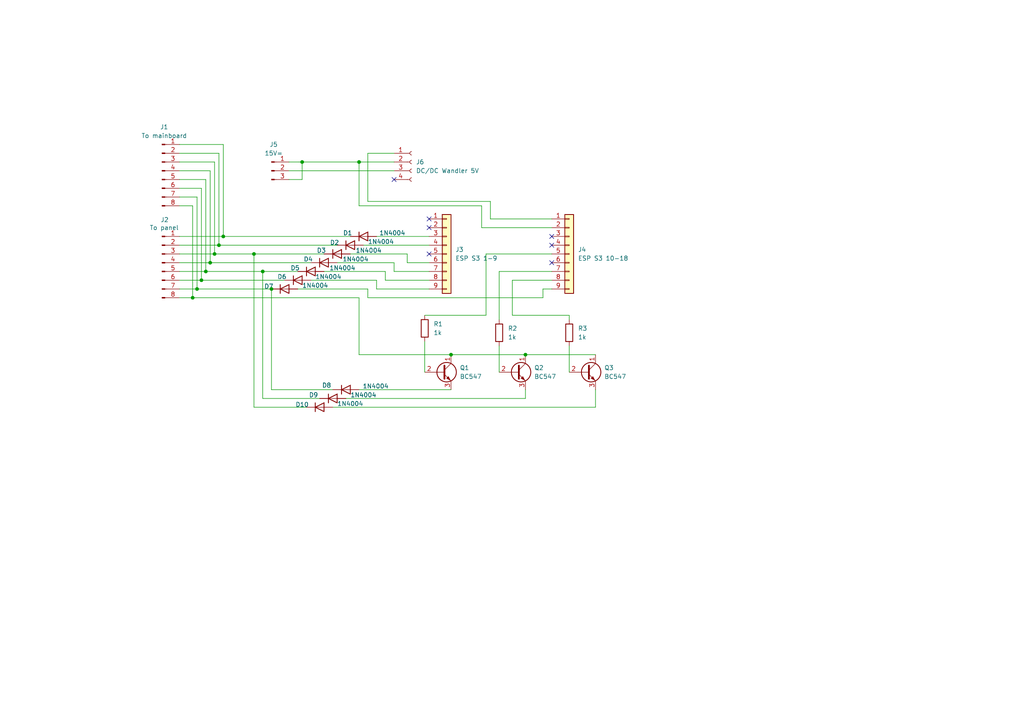
<source format=kicad_sch>
(kicad_sch (version 20250114) (generator "eeschema") (generator_version "9.0")
  (paper "A4")
  (lib_symbols
    (symbol "Connector:Conn_01x03_Pin" (pin_names (offset 1.016) (hide yes))
      (property "Reference" "J" (at 0 5.08 0))
      (property "Value" "Conn_01x03_Pin" (at 0 -5.08 0))
      (symbol "Conn_01x03_Pin_1_1"
        (rectangle (start 0.8636 2.667) (end 0 2.413) (stroke (width 0.1524)) (fill (type outline)))
        (rectangle (start 0.8636 0.127) (end 0 -0.127) (stroke (width 0.1524)) (fill (type outline)))
        (rectangle (start 0.8636 -2.413) (end 0 -2.667) (stroke (width 0.1524)) (fill (type outline)))
        (polyline (pts (xy 1.27 2.54) (xy 0.8636 2.54)) (stroke (width 0.1524)))
        (polyline (pts (xy 1.27 0) (xy 0.8636 0)) (stroke (width 0.1524)))
        (polyline (pts (xy 1.27 -2.54) (xy 0.8636 -2.54)) (stroke (width 0.1524)))
        (pin passive line (at 5.08 2.54 180) (length 3.81) (name "Pin_1") (number "1"))
        (pin passive line (at 5.08 0 180) (length 3.81) (name "Pin_2") (number "2"))
        (pin passive line (at 5.08 -2.54 180) (length 3.81) (name "Pin_3") (number "3"))
      )
    )
    (symbol "Connector:Conn_01x04_Socket" (pin_names (offset 1.016) (hide yes))
      (property "Reference" "J" (at 0 5.08 0))
      (property "Value" "Conn_01x04_Socket" (at 0 -7.62 0))
      (symbol "Conn_01x04_Socket_1_1"
        (polyline (pts (xy -1.27 2.54) (xy -0.508 2.54)) (stroke (width 0.1524)))
        (polyline (pts (xy -1.27 0) (xy -0.508 0)) (stroke (width 0.1524)))
        (polyline (pts (xy -1.27 -2.54) (xy -0.508 -2.54)) (stroke (width 0.1524)))
        (polyline (pts (xy -1.27 -5.08) (xy -0.508 -5.08)) (stroke (width 0.1524)))
        (arc (start 0 2.032) (mid -0.5058 2.54) (end 0 3.048) (stroke (width 0.1524)))
        (arc (start 0 -0.508) (mid -0.5058 0) (end 0 0.508) (stroke (width 0.1524)))
        (arc (start 0 -3.048) (mid -0.5058 -2.54) (end 0 -2.032) (stroke (width 0.1524)))
        (arc (start 0 -5.588) (mid -0.5058 -5.08) (end 0 -4.572) (stroke (width 0.1524)))
        (pin passive line (at -5.08 2.54 0) (length 3.81) (name "Pin_1") (number "1"))
        (pin passive line (at -5.08 0 0) (length 3.81) (name "Pin_2") (number "2"))
        (pin passive line (at -5.08 -2.54 0) (length 3.81) (name "Pin_3") (number "3"))
        (pin passive line (at -5.08 -5.08 0) (length 3.81) (name "Pin_4") (number "4"))
      )
    )
    (symbol "Connector:Conn_01x08_Pin" (pin_names (offset 1.016) (hide yes))
      (property "Reference" "J" (at 0 10.16 0))
      (property "Value" "Conn_01x08_Pin" (at 0 -12.7 0))
      (symbol "Conn_01x08_Pin_1_1"
        (rectangle (start 0.8636 7.747) (end 0 7.493) (stroke (width 0.1524)) (fill (type outline)))
        (rectangle (start 0.8636 5.207) (end 0 4.953) (stroke (width 0.1524)) (fill (type outline)))
        (rectangle (start 0.8636 2.667) (end 0 2.413) (stroke (width 0.1524)) (fill (type outline)))
        (rectangle (start 0.8636 0.127) (end 0 -0.127) (stroke (width 0.1524)) (fill (type outline)))
        (rectangle (start 0.8636 -2.413) (end 0 -2.667) (stroke (width 0.1524)) (fill (type outline)))
        (rectangle (start 0.8636 -4.953) (end 0 -5.207) (stroke (width 0.1524)) (fill (type outline)))
        (rectangle (start 0.8636 -7.493) (end 0 -7.747) (stroke (width 0.1524)) (fill (type outline)))
        (rectangle (start 0.8636 -10.033) (end 0 -10.287) (stroke (width 0.1524)) (fill (type outline)))
        (polyline (pts (xy 1.27 7.62) (xy 0.8636 7.62)) (stroke (width 0.1524)))
        (polyline (pts (xy 1.27 5.08) (xy 0.8636 5.08)) (stroke (width 0.1524)))
        (polyline (pts (xy 1.27 2.54) (xy 0.8636 2.54)) (stroke (width 0.1524)))
        (polyline (pts (xy 1.27 0) (xy 0.8636 0)) (stroke (width 0.1524)))
        (polyline (pts (xy 1.27 -2.54) (xy 0.8636 -2.54)) (stroke (width 0.1524)))
        (polyline (pts (xy 1.27 -5.08) (xy 0.8636 -5.08)) (stroke (width 0.1524)))
        (polyline (pts (xy 1.27 -7.62) (xy 0.8636 -7.62)) (stroke (width 0.1524)))
        (polyline (pts (xy 1.27 -10.16) (xy 0.8636 -10.16)) (stroke (width 0.1524)))
        (pin passive line (at 5.08 7.62 180) (length 3.81) (name "Pin_1") (number "1"))
        (pin passive line (at 5.08 5.08 180) (length 3.81) (name "Pin_2") (number "2"))
        (pin passive line (at 5.08 2.54 180) (length 3.81) (name "Pin_3") (number "3"))
        (pin passive line (at 5.08 0 180) (length 3.81) (name "Pin_4") (number "4"))
        (pin passive line (at 5.08 -2.54 180) (length 3.81) (name "Pin_5") (number "5"))
        (pin passive line (at 5.08 -5.08 180) (length 3.81) (name "Pin_6") (number "6"))
        (pin passive line (at 5.08 -7.62 180) (length 3.81) (name "Pin_7") (number "7"))
        (pin passive line (at 5.08 -10.16 180) (length 3.81) (name "Pin_8") (number "8"))
      )
    )
    (symbol "Connector_Generic:Conn_01x09" (pin_names (offset 1.016) (hide yes))
      (property "Reference" "J" (at 0 12.7 0))
      (property "Value" "Conn_01x09" (at 0 -12.7 0))
      (symbol "Conn_01x09_1_1"
        (rectangle (start -1.27 11.43) (end 1.27 -11.43) (stroke (width 0.254)) (fill (type background)))
        (rectangle (start -1.27 10.287) (end 0 10.033) (stroke (width 0.1524)))
        (rectangle (start -1.27 7.747) (end 0 7.493) (stroke (width 0.1524)))
        (rectangle (start -1.27 5.207) (end 0 4.953) (stroke (width 0.1524)))
        (rectangle (start -1.27 2.667) (end 0 2.413) (stroke (width 0.1524)))
        (rectangle (start -1.27 0.127) (end 0 -0.127) (stroke (width 0.1524)))
        (rectangle (start -1.27 -2.413) (end 0 -2.667) (stroke (width 0.1524)))
        (rectangle (start -1.27 -4.953) (end 0 -5.207) (stroke (width 0.1524)))
        (rectangle (start -1.27 -7.493) (end 0 -7.747) (stroke (width 0.1524)))
        (rectangle (start -1.27 -10.033) (end 0 -10.287) (stroke (width 0.1524)))
        (pin passive line (at -5.08 10.16 0) (length 3.81) (name "Pin_1") (number "1"))
        (pin passive line (at -5.08 7.62 0) (length 3.81) (name "Pin_2") (number "2"))
        (pin passive line (at -5.08 5.08 0) (length 3.81) (name "Pin_3") (number "3"))
        (pin passive line (at -5.08 2.54 0) (length 3.81) (name "Pin_4") (number "4"))
        (pin passive line (at -5.08 0 0) (length 3.81) (name "Pin_5") (number "5"))
        (pin passive line (at -5.08 -2.54 0) (length 3.81) (name "Pin_6") (number "6"))
        (pin passive line (at -5.08 -5.08 0) (length 3.81) (name "Pin_7") (number "7"))
        (pin passive line (at -5.08 -7.62 0) (length 3.81) (name "Pin_8") (number "8"))
        (pin passive line (at -5.08 -10.16 0) (length 3.81) (name "Pin_9") (number "9"))
      )
    )
    (symbol "Device:R" (pin_numbers (hide yes)) (pin_names (offset 0))
      (property "Reference" "R" (at 2.032 0 90))
      (property "Value" "R" (at 0 0 90))
      (symbol "R_0_1"
        (rectangle (start -1.016 -2.54) (end 1.016 2.54) (stroke (width 0.254)))
      )
      (symbol "R_1_1"
        (pin passive line (at 0 3.81 270) (length 1.27) (name "~") (number "1"))
        (pin passive line (at 0 -3.81 90) (length 1.27) (name "~") (number "2"))
      )
    )
    (symbol "Diode:1N4004" (pin_numbers (hide yes)) (pin_names (hide yes))
      (property "Reference" "D" (at 0 2.54 0))
      (property "Value" "1N4004" (at 0 -2.54 0))
      (symbol "1N4004_0_1"
        (polyline (pts (xy -1.27 1.27) (xy -1.27 -1.27)) (stroke (width 0.254)))
        (polyline (pts (xy 1.27 1.27) (xy 1.27 -1.27) (xy -1.27 0) (xy 1.27 1.27)) (stroke (width 0.254)))
        (polyline (pts (xy 1.27 0) (xy -1.27 0)))
      )
      (symbol "1N4004_1_1"
        (pin passive line (at -3.81 0 0) (length 2.54) (name "K") (number "1"))
        (pin passive line (at 3.81 0 180) (length 2.54) (name "A") (number "2"))
      )
    )
    (symbol "Transistor_BJT:BC547" (pin_names (offset 0) (hide yes))
      (property "Reference" "Q" (at 5.08 1.905 0))
      (property "Value" "BC547" (at 5.08 0 0))
      (symbol "BC547_0_1"
        (polyline (pts (xy -2.54 0) (xy 0.635 0)))
        (polyline (pts (xy 0.635 1.905) (xy 0.635 -1.905)) (stroke (width 0.508)))
        (circle (center 1.27 0) (radius 2.8194) (stroke (width 0.254)))
      )
      (symbol "BC547_1_1"
        (polyline (pts (xy 0.635 0.635) (xy 2.54 2.54)))
        (polyline (pts (xy 0.635 -0.635) (xy 2.54 -2.54)))
        (polyline (pts (xy 1.27 -1.778) (xy 1.778 -1.27) (xy 2.286 -2.286) (xy 1.27 -1.778)) (fill (type outline)))
        (pin input line (at -5.08 0 0) (length 2.54) (name "B") (number "2"))
        (pin passive line (at 2.54 5.08 270) (length 2.54) (name "C") (number "1"))
        (pin passive line (at 2.54 -5.08 90) (length 2.54) (name "E") (number "3"))
      )
    )
  )
  (junction (at 62.23 73.66))
  (junction (at 78.74 83.82))
  (junction (at 64.77 68.58))
  (junction (at 60.96 76.2))
  (junction (at 152.4 102.87))
  (junction (at 58.42 81.28))
  (junction (at 130.81 102.87))
  (junction (at 73.66 73.66))
  (junction (at 57.15 83.82))
  (junction (at 76.2 78.74))
  (junction (at 104.14 46.99))
  (junction (at 55.88 86.36))
  (junction (at 87.63 46.99))
  (junction (at 63.5 71.12))
  (junction (at 59.69 78.74))
  (no_connect (at 160.02 71.12))
  (no_connect (at 124.46 66.04))
  (no_connect (at 114.3 52.07))
  (no_connect (at 124.46 63.5))
  (no_connect (at 160.02 76.2))
  (no_connect (at 160.02 68.58))
  (no_connect (at 124.46 73.66))
  (wire (pts (xy 104.14 102.87) (xy 130.81 102.87)))
  (wire (pts (xy 104.14 86.36) (xy 104.14 102.87)))
  (wire (pts (xy 96.52 113.03) (xy 78.74 113.03)))
  (wire (pts (xy 78.74 113.03) (xy 78.74 83.82)))
  (wire (pts (xy 152.4 113.03) (xy 152.4 115.57)))
  (wire (pts (xy 57.15 57.15) (xy 57.15 83.82)))
  (wire (pts (xy 160.02 73.66) (xy 140.97 73.66)))
  (wire (pts (xy 59.69 78.74) (xy 76.2 78.74)))
  (wire (pts (xy 160.02 66.04) (xy 139.7 66.04)))
  (wire (pts (xy 58.42 54.61) (xy 58.42 81.28)))
  (wire (pts (xy 106.68 86.36) (xy 157.48 86.36)))
  (wire (pts (xy 52.07 78.74) (xy 59.69 78.74)))
  (wire (pts (xy 52.07 86.36) (xy 55.88 86.36)))
  (wire (pts (xy 118.11 73.66) (xy 118.11 76.2)))
  (wire (pts (xy 114.3 78.74) (xy 124.46 78.74)))
  (wire (pts (xy 114.3 76.2) (xy 114.3 78.74)))
  (wire (pts (xy 59.69 52.07) (xy 59.69 78.74)))
  (wire (pts (xy 106.68 83.82) (xy 106.68 86.36)))
  (wire (pts (xy 152.4 115.57) (xy 100.33 115.57)))
  (wire (pts (xy 52.07 54.61) (xy 58.42 54.61)))
  (wire (pts (xy 114.3 44.45) (xy 106.68 44.45)))
  (wire (pts (xy 60.96 49.53) (xy 60.96 76.2)))
  (wire (pts (xy 140.97 73.66) (xy 140.97 91.44)))
  (wire (pts (xy 157.48 86.36) (xy 157.48 83.82)))
  (wire (pts (xy 97.79 76.2) (xy 114.3 76.2)))
  (wire (pts (xy 123.19 99.06) (xy 123.19 107.95)))
  (wire (pts (xy 172.72 118.11) (xy 96.52 118.11)))
  (wire (pts (xy 60.96 76.2) (xy 90.17 76.2)))
  (wire (pts (xy 62.23 46.99) (xy 62.23 73.66)))
  (wire (pts (xy 52.07 49.53) (xy 60.96 49.53)))
  (wire (pts (xy 52.07 52.07) (xy 59.69 52.07)))
  (wire (pts (xy 165.1 100.33) (xy 165.1 107.95)))
  (wire (pts (xy 64.77 68.58) (xy 101.6 68.58)))
  (wire (pts (xy 104.14 59.69) (xy 104.14 46.99)))
  (wire (pts (xy 157.48 83.82) (xy 160.02 83.82)))
  (wire (pts (xy 144.78 78.74) (xy 160.02 78.74)))
  (wire (pts (xy 55.88 86.36) (xy 104.14 86.36)))
  (wire (pts (xy 144.78 92.71) (xy 144.78 78.74)))
  (wire (pts (xy 109.22 83.82) (xy 124.46 83.82)))
  (wire (pts (xy 106.68 44.45) (xy 106.68 58.42)))
  (wire (pts (xy 52.07 68.58) (xy 64.77 68.58)))
  (wire (pts (xy 52.07 71.12) (xy 63.5 71.12)))
  (wire (pts (xy 57.15 83.82) (xy 78.74 83.82)))
  (wire (pts (xy 93.98 78.74) (xy 111.76 78.74)))
  (wire (pts (xy 52.07 76.2) (xy 60.96 76.2)))
  (wire (pts (xy 86.36 83.82) (xy 106.68 83.82)))
  (wire (pts (xy 73.66 118.11) (xy 73.66 73.66)))
  (wire (pts (xy 88.9 118.11) (xy 73.66 118.11)))
  (wire (pts (xy 62.23 73.66) (xy 73.66 73.66)))
  (wire (pts (xy 148.59 91.44) (xy 148.59 81.28)))
  (wire (pts (xy 106.68 58.42) (xy 142.24 58.42)))
  (wire (pts (xy 52.07 59.69) (xy 55.88 59.69)))
  (wire (pts (xy 87.63 46.99) (xy 104.14 46.99)))
  (wire (pts (xy 64.77 41.91) (xy 64.77 68.58)))
  (wire (pts (xy 130.81 102.87) (xy 152.4 102.87)))
  (wire (pts (xy 144.78 100.33) (xy 144.78 107.95)))
  (wire (pts (xy 172.72 113.03) (xy 172.72 118.11)))
  (wire (pts (xy 118.11 76.2) (xy 124.46 76.2)))
  (wire (pts (xy 83.82 52.07) (xy 87.63 52.07)))
  (wire (pts (xy 109.22 68.58) (xy 124.46 68.58)))
  (wire (pts (xy 123.19 91.44) (xy 140.97 91.44)))
  (wire (pts (xy 104.14 46.99) (xy 114.3 46.99)))
  (wire (pts (xy 109.22 81.28) (xy 109.22 83.82)))
  (wire (pts (xy 165.1 91.44) (xy 148.59 91.44)))
  (wire (pts (xy 87.63 46.99) (xy 87.63 52.07)))
  (wire (pts (xy 139.7 59.69) (xy 104.14 59.69)))
  (wire (pts (xy 76.2 78.74) (xy 86.36 78.74)))
  (wire (pts (xy 90.17 81.28) (xy 109.22 81.28)))
  (wire (pts (xy 111.76 78.74) (xy 111.76 81.28)))
  (wire (pts (xy 92.71 115.57) (xy 76.2 115.57)))
  (wire (pts (xy 52.07 44.45) (xy 63.5 44.45)))
  (wire (pts (xy 152.4 102.87) (xy 172.72 102.87)))
  (wire (pts (xy 52.07 83.82) (xy 57.15 83.82)))
  (wire (pts (xy 148.59 81.28) (xy 160.02 81.28)))
  (wire (pts (xy 83.82 49.53) (xy 114.3 49.53)))
  (wire (pts (xy 52.07 46.99) (xy 62.23 46.99)))
  (wire (pts (xy 111.76 81.28) (xy 124.46 81.28)))
  (wire (pts (xy 142.24 58.42) (xy 142.24 63.5)))
  (wire (pts (xy 63.5 71.12) (xy 97.79 71.12)))
  (wire (pts (xy 52.07 73.66) (xy 62.23 73.66)))
  (wire (pts (xy 63.5 44.45) (xy 63.5 71.12)))
  (wire (pts (xy 105.41 71.12) (xy 124.46 71.12)))
  (wire (pts (xy 52.07 81.28) (xy 58.42 81.28)))
  (wire (pts (xy 104.14 113.03) (xy 130.81 113.03)))
  (wire (pts (xy 58.42 81.28) (xy 82.55 81.28)))
  (wire (pts (xy 87.63 46.99) (xy 83.82 46.99)))
  (wire (pts (xy 139.7 66.04) (xy 139.7 59.69)))
  (wire (pts (xy 52.07 41.91) (xy 64.77 41.91)))
  (wire (pts (xy 76.2 115.57) (xy 76.2 78.74)))
  (wire (pts (xy 142.24 63.5) (xy 160.02 63.5)))
  (wire (pts (xy 101.6 73.66) (xy 118.11 73.66)))
  (wire (pts (xy 165.1 92.71) (xy 165.1 91.44)))
  (wire (pts (xy 73.66 73.66) (xy 93.98 73.66)))
  (wire (pts (xy 55.88 59.69) (xy 55.88 86.36)))
  (wire (pts (xy 52.07 57.15) (xy 57.15 57.15)))
  (symbol (lib_id "Diode:1N4004") (at 101.6 71.12 0) (unit 1)
    (property "Reference" "D2" (at 97.028 70.358 0))
    (property "Value" "1N4004" (at 110.49 70.104 0))
    (property "Footprint" "Diode_THT:D_DO-34_SOD68_P7.62mm_Horizontal" (effects (hide yes)))
    (property "Datasheet" "http://www.vishay.com/docs/88503/1n4001.pdf" (effects (hide yes)))
    (property "Description" "400V 1A General Purpose Rectifier Diode, DO-41" (effects (hide yes)))
    (property "Sim.Device" "D" (effects (hide yes)))
    (property "Sim.Pins" "1=K 2=A" (effects (hide yes)))
  )
  (symbol (lib_id "Diode:1N4004") (at 92.71 118.11 0) (unit 1)
    (property "Reference" "D10" (at 87.63 117.348 0))
    (property "Value" "1N4004" (at 101.6 117.094 0))
    (property "Footprint" "Diode_THT:D_DO-34_SOD68_P7.62mm_Horizontal" (effects (hide yes)))
    (property "Datasheet" "http://www.vishay.com/docs/88503/1n4001.pdf" (effects (hide yes)))
    (property "Description" "400V 1A General Purpose Rectifier Diode, DO-41" (effects (hide yes)))
    (property "Sim.Device" "D" (effects (hide yes)))
    (property "Sim.Pins" "1=K 2=A" (effects (hide yes)))
  )
  (symbol (lib_id "Diode:1N4004") (at 96.52 115.57 0) (unit 1)
    (property "Reference" "D9" (at 90.932 114.554 0))
    (property "Value" "1N4004" (at 105.41 114.554 0))
    (property "Footprint" "Diode_THT:D_DO-34_SOD68_P7.62mm_Horizontal" (effects (hide yes)))
    (property "Datasheet" "http://www.vishay.com/docs/88503/1n4001.pdf" (effects (hide yes)))
    (property "Description" "400V 1A General Purpose Rectifier Diode, DO-41" (effects (hide yes)))
    (property "Sim.Device" "D" (effects (hide yes)))
    (property "Sim.Pins" "1=K 2=A" (effects (hide yes)))
  )
  (symbol (lib_id "Connector:Conn_01x04_Socket") (at 119.38 46.99 0) (unit 1)
    (property "Reference" "J6" (at 120.65 46.9899 0) (effects (justify left)))
    (property "Value" "DC/DC Wandler 5V" (at 120.65 49.5299 0) (effects (justify left)))
    (property "Footprint" "Connector_PinHeader_2.54mm:PinHeader_1x04_P2.54mm_Vertical" (effects (hide yes)))
    (property "Description" "Generic connector, single row, 01x04, script generated" (effects (hide yes)))
  )
  (symbol (lib_id "Connector:Conn_01x03_Pin") (at 78.74 49.53 0) (unit 1)
    (property "Reference" "J5" (at 79.375 41.91 0))
    (property "Value" "15V=" (at 79.375 44.45 0))
    (property "Footprint" "Connector_PinHeader_2.54mm:PinHeader_1x03_P2.54mm_Vertical" (effects (hide yes)))
    (property "Description" "Generic connector, single row, 01x03, script generated" (effects (hide yes)))
  )
  (symbol (lib_id "Transistor_BJT:BC547") (at 128.27 107.95 0) (unit 1)
    (property "Reference" "Q1" (at 133.35 106.6799 0) (effects (justify left)))
    (property "Value" "BC547" (at 133.35 109.2199 0) (effects (justify left)))
    (property "Footprint" "Package_TO_SOT_THT:TO-92_Inline" (effects (hide yes)))
    (property "Datasheet" "https://www.onsemi.com/pub/Collateral/BC550-D.pdf" (effects (hide yes)))
    (property "Description" "0.1A Ic, 45V Vce, Small Signal NPN Transistor, TO-92" (effects (hide yes)))
  )
  (symbol (lib_id "Diode:1N4004") (at 90.17 78.74 0) (unit 1)
    (property "Reference" "D5" (at 85.598 77.724 0))
    (property "Value" "1N4004" (at 99.314 77.724 0))
    (property "Footprint" "Diode_THT:D_DO-34_SOD68_P7.62mm_Horizontal" (effects (hide yes)))
    (property "Datasheet" "http://www.vishay.com/docs/88503/1n4001.pdf" (effects (hide yes)))
    (property "Description" "400V 1A General Purpose Rectifier Diode, DO-41" (effects (hide yes)))
    (property "Sim.Device" "D" (effects (hide yes)))
    (property "Sim.Pins" "1=K 2=A" (effects (hide yes)))
  )
  (symbol (lib_id "Diode:1N4004") (at 86.36 81.28 0) (unit 1)
    (property "Reference" "D6" (at 81.788 80.264 0))
    (property "Value" "1N4004" (at 95.25 80.264 0))
    (property "Footprint" "Diode_THT:D_DO-34_SOD68_P7.62mm_Horizontal" (effects (hide yes)))
    (property "Datasheet" "http://www.vishay.com/docs/88503/1n4001.pdf" (effects (hide yes)))
    (property "Description" "400V 1A General Purpose Rectifier Diode, DO-41" (effects (hide yes)))
    (property "Sim.Device" "D" (effects (hide yes)))
    (property "Sim.Pins" "1=K 2=A" (effects (hide yes)))
  )
  (symbol (lib_id "Device:R") (at 144.78 96.52 0) (unit 1)
    (property "Reference" "R2" (at 147.32 95.2499 0) (effects (justify left)))
    (property "Value" "1k" (at 147.32 97.7899 0) (effects (justify left)))
    (property "Footprint" "Resistor_THT:R_Axial_DIN0207_L6.3mm_D2.5mm_P7.62mm_Horizontal" (effects (hide yes)))
    (property "Description" "Resistor" (effects (hide yes)))
  )
  (symbol (lib_id "Connector_Generic:Conn_01x09") (at 165.1 73.66 0) (unit 1)
    (property "Reference" "J4" (at 167.64 72.3899 0) (effects (justify left)))
    (property "Value" "ESP S3 10-18" (at 167.64 74.9299 0) (effects (justify left)))
    (property "Footprint" "Connector_PinHeader_2.54mm:PinHeader_1x09_P2.54mm_Vertical" (effects (hide yes)))
    (property "Description" "Generic connector, single row, 01x09, script generated (kicad-library-utils/schlib/autogen/connector/)" (effects (hide yes)))
  )
  (symbol (lib_id "Diode:1N4004") (at 105.41 68.58 0) (unit 1)
    (property "Reference" "D1" (at 100.838 67.564 0))
    (property "Value" "1N4004" (at 113.792 67.564 0))
    (property "Footprint" "Diode_THT:D_DO-34_SOD68_P7.62mm_Horizontal" (effects (hide yes)))
    (property "Datasheet" "http://www.vishay.com/docs/88503/1n4001.pdf" (effects (hide yes)))
    (property "Description" "400V 1A General Purpose Rectifier Diode, DO-41" (effects (hide yes)))
    (property "Sim.Device" "D" (effects (hide yes)))
    (property "Sim.Pins" "1=K 2=A" (effects (hide yes)))
  )
  (symbol (lib_id "Transistor_BJT:BC547") (at 170.18 107.95 0) (unit 1)
    (property "Reference" "Q3" (at 175.26 106.6799 0) (effects (justify left)))
    (property "Value" "BC547" (at 175.26 109.2199 0) (effects (justify left)))
    (property "Footprint" "Package_TO_SOT_THT:TO-92_Inline" (effects (hide yes)))
    (property "Datasheet" "https://www.onsemi.com/pub/Collateral/BC550-D.pdf" (effects (hide yes)))
    (property "Description" "0.1A Ic, 45V Vce, Small Signal NPN Transistor, TO-92" (effects (hide yes)))
  )
  (symbol (lib_id "Diode:1N4004") (at 100.33 113.03 0) (unit 1)
    (property "Reference" "D8" (at 94.742 111.76 0))
    (property "Value" "1N4004" (at 108.966 112.014 0))
    (property "Footprint" "Diode_THT:D_DO-34_SOD68_P7.62mm_Horizontal" (effects (hide yes)))
    (property "Datasheet" "http://www.vishay.com/docs/88503/1n4001.pdf" (effects (hide yes)))
    (property "Description" "400V 1A General Purpose Rectifier Diode, DO-41" (effects (hide yes)))
    (property "Sim.Device" "D" (effects (hide yes)))
    (property "Sim.Pins" "1=K 2=A" (effects (hide yes)))
  )
  (symbol (lib_id "Connector_Generic:Conn_01x09") (at 129.54 73.66 0) (unit 1)
    (property "Reference" "J3" (at 132.08 72.3899 0) (effects (justify left)))
    (property "Value" "ESP S3 1-9" (at 132.08 74.9299 0) (effects (justify left)))
    (property "Footprint" "Connector_PinHeader_2.54mm:PinHeader_1x09_P2.54mm_Vertical" (effects (hide yes)))
    (property "Description" "Generic connector, single row, 01x09, script generated (kicad-library-utils/schlib/autogen/connector/)" (effects (hide yes)))
  )
  (symbol (lib_id "Device:R") (at 165.1 96.52 0) (unit 1)
    (property "Reference" "R3" (at 167.64 95.2499 0) (effects (justify left)))
    (property "Value" "1k" (at 167.64 97.7899 0) (effects (justify left)))
    (property "Footprint" "Resistor_THT:R_Axial_DIN0207_L6.3mm_D2.5mm_P7.62mm_Horizontal" (effects (hide yes)))
    (property "Description" "Resistor" (effects (hide yes)))
  )
  (symbol (lib_id "Connector:Conn_01x08_Pin") (at 46.99 49.53 0) (unit 1)
    (property "Reference" "J1" (at 47.625 36.83 0))
    (property "Value" "To mainboard" (at 47.625 39.37 0))
    (property "Footprint" "Connector_PinHeader_2.54mm:PinHeader_1x08_P2.54mm_Vertical" (effects (hide yes)))
    (property "Description" "Generic connector, single row, 01x08, script generated" (effects (hide yes)))
  )
  (symbol (lib_id "Diode:1N4004") (at 97.79 73.66 0) (unit 1)
    (property "Reference" "D3" (at 93.218 72.644 0))
    (property "Value" "1N4004" (at 106.934 72.644 0))
    (property "Footprint" "Diode_THT:D_DO-34_SOD68_P7.62mm_Horizontal" (effects (hide yes)))
    (property "Datasheet" "http://www.vishay.com/docs/88503/1n4001.pdf" (effects (hide yes)))
    (property "Description" "400V 1A General Purpose Rectifier Diode, DO-41" (effects (hide yes)))
    (property "Sim.Device" "D" (effects (hide yes)))
    (property "Sim.Pins" "1=K 2=A" (effects (hide yes)))
  )
  (symbol (lib_id "Device:R") (at 123.19 95.25 0) (unit 1)
    (property "Reference" "R1" (at 125.73 93.9799 0) (effects (justify left)))
    (property "Value" "1k" (at 125.73 96.5199 0) (effects (justify left)))
    (property "Footprint" "Resistor_THT:R_Axial_DIN0207_L6.3mm_D2.5mm_P7.62mm_Horizontal" (effects (hide yes)))
    (property "Description" "Resistor" (effects (hide yes)))
  )
  (symbol (lib_id "Connector:Conn_01x08_Pin") (at 46.99 76.2 0) (unit 1)
    (property "Reference" "J2" (at 47.752 63.754 0))
    (property "Value" "To panel" (at 47.625 66.04 0))
    (property "Footprint" "Connector_PinHeader_2.54mm:PinHeader_1x08_P2.54mm_Vertical" (effects (hide yes)))
    (property "Description" "Generic connector, single row, 01x08, script generated" (effects (hide yes)))
  )
  (symbol (lib_id "Diode:1N4004") (at 82.55 83.82 0) (unit 1)
    (property "Reference" "D7" (at 77.978 83.058 0))
    (property "Value" "1N4004" (at 91.44 82.804 0))
    (property "Footprint" "Diode_THT:D_DO-34_SOD68_P7.62mm_Horizontal" (effects (hide yes)))
    (property "Datasheet" "http://www.vishay.com/docs/88503/1n4001.pdf" (effects (hide yes)))
    (property "Description" "400V 1A General Purpose Rectifier Diode, DO-41" (effects (hide yes)))
    (property "Sim.Device" "D" (effects (hide yes)))
    (property "Sim.Pins" "1=K 2=A" (effects (hide yes)))
  )
  (symbol (lib_id "Transistor_BJT:BC547") (at 149.86 107.95 0) (unit 1)
    (property "Reference" "Q2" (at 154.94 106.6799 0) (effects (justify left)))
    (property "Value" "BC547" (at 154.94 109.2199 0) (effects (justify left)))
    (property "Footprint" "Package_TO_SOT_THT:TO-92_Inline" (effects (hide yes)))
    (property "Datasheet" "https://www.onsemi.com/pub/Collateral/BC550-D.pdf" (effects (hide yes)))
    (property "Description" "0.1A Ic, 45V Vce, Small Signal NPN Transistor, TO-92" (effects (hide yes)))
  )
  (symbol (lib_id "Diode:1N4004") (at 93.98 76.2 0) (unit 1)
    (property "Reference" "D4" (at 89.408 75.184 0))
    (property "Value" "1N4004" (at 103.124 75.184 0))
    (property "Footprint" "Diode_THT:D_DO-34_SOD68_P7.62mm_Horizontal" (effects (hide yes)))
    (property "Datasheet" "http://www.vishay.com/docs/88503/1n4001.pdf" (effects (hide yes)))
    (property "Description" "400V 1A General Purpose Rectifier Diode, DO-41" (effects (hide yes)))
    (property "Sim.Device" "D" (effects (hide yes)))
    (property "Sim.Pins" "1=K 2=A" (effects (hide yes)))
  )
)
</source>
